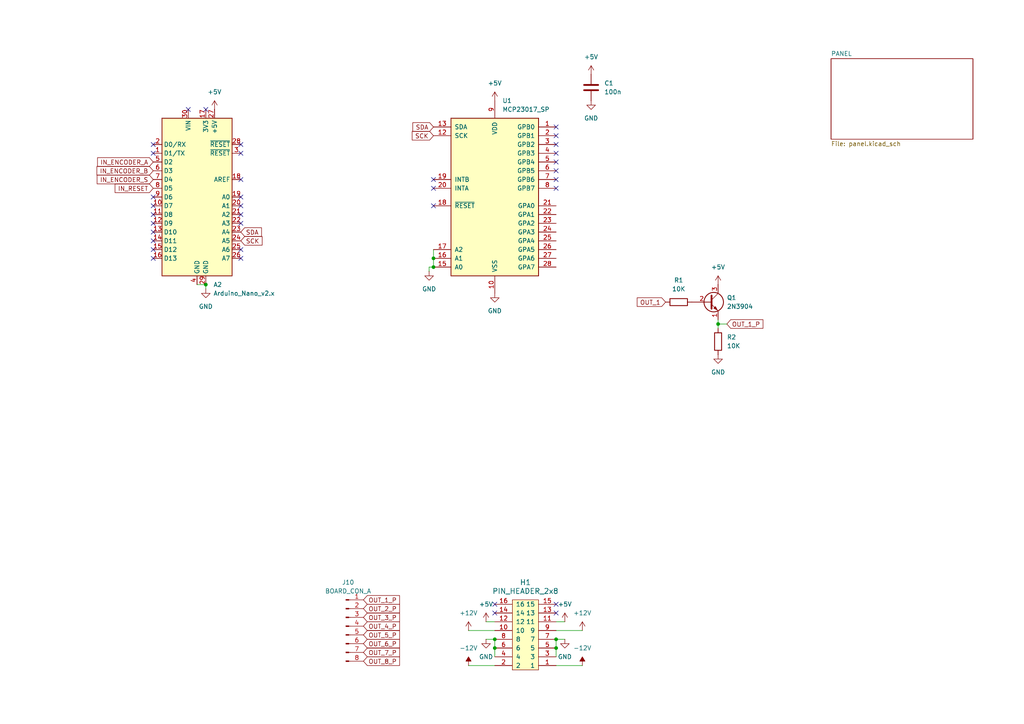
<source format=kicad_sch>
(kicad_sch (version 20231120) (generator "eeschema") (generator_version "8.0")
  (paper "A4")
  (lib_symbols
    (symbol "Connector:Conn_01x08_Pin" (pin_names (offset 1.016) hide)
      (property "Reference" "J" (at 0 10.16 0))
      (property "Value" "Conn_01x08_Pin" (at 0 -12.7 0))
      (symbol "Conn_01x08_Pin_1_1"
        (polyline (pts (xy 1.27 -10.16) (xy 0.8636 -10.16)) (stroke (width 0.1524)))
        (polyline (pts (xy 1.27 -7.62) (xy 0.8636 -7.62)) (stroke (width 0.1524)))
        (polyline (pts (xy 1.27 -5.08) (xy 0.8636 -5.08)) (stroke (width 0.1524)))
        (polyline (pts (xy 1.27 -2.54) (xy 0.8636 -2.54)) (stroke (width 0.1524)))
        (polyline (pts (xy 1.27 0) (xy 0.8636 0)) (stroke (width 0.1524)))
        (polyline (pts (xy 1.27 2.54) (xy 0.8636 2.54)) (stroke (width 0.1524)))
        (polyline (pts (xy 1.27 5.08) (xy 0.8636 5.08)) (stroke (width 0.1524)))
        (polyline (pts (xy 1.27 7.62) (xy 0.8636 7.62)) (stroke (width 0.1524)))
        (rectangle (start 0.8636 -10.033) (end 0 -10.287) (stroke (width 0.1524)) (fill (type outline)))
        (rectangle (start 0.8636 -7.493) (end 0 -7.747) (stroke (width 0.1524)) (fill (type outline)))
        (rectangle (start 0.8636 -4.953) (end 0 -5.207) (stroke (width 0.1524)) (fill (type outline)))
        (rectangle (start 0.8636 -2.413) (end 0 -2.667) (stroke (width 0.1524)) (fill (type outline)))
        (rectangle (start 0.8636 0.127) (end 0 -0.127) (stroke (width 0.1524)) (fill (type outline)))
        (rectangle (start 0.8636 2.667) (end 0 2.413) (stroke (width 0.1524)) (fill (type outline)))
        (rectangle (start 0.8636 5.207) (end 0 4.953) (stroke (width 0.1524)) (fill (type outline)))
        (rectangle (start 0.8636 7.747) (end 0 7.493) (stroke (width 0.1524)) (fill (type outline)))
        (pin passive line (at 5.08 7.62 180) (length 3.81) (name "Pin_1") (number "1"))
        (pin passive line (at 5.08 5.08 180) (length 3.81) (name "Pin_2") (number "2"))
        (pin passive line (at 5.08 2.54 180) (length 3.81) (name "Pin_3") (number "3"))
        (pin passive line (at 5.08 0 180) (length 3.81) (name "Pin_4") (number "4"))
        (pin passive line (at 5.08 -2.54 180) (length 3.81) (name "Pin_5") (number "5"))
        (pin passive line (at 5.08 -5.08 180) (length 3.81) (name "Pin_6") (number "6"))
        (pin passive line (at 5.08 -7.62 180) (length 3.81) (name "Pin_7") (number "7"))
        (pin passive line (at 5.08 -10.16 180) (length 3.81) (name "Pin_8") (number "8"))
      )
    )
    (symbol "Device:C" (pin_numbers hide) (pin_names (offset 0.254))
      (property "Reference" "C" (at 0.635 2.54 0))
      (property "Value" "C" (at 0.635 -2.54 0))
      (symbol "C_0_1"
        (polyline (pts (xy -2.032 -0.762) (xy 2.032 -0.762)) (stroke (width 0.508)))
        (polyline (pts (xy -2.032 0.762) (xy 2.032 0.762)) (stroke (width 0.508)))
      )
      (symbol "C_1_1"
        (pin passive line (at 0 3.81 270) (length 2.794) (name "~") (number "1"))
        (pin passive line (at 0 -3.81 90) (length 2.794) (name "~") (number "2"))
      )
    )
    (symbol "Device:R" (pin_numbers hide) (pin_names (offset 0))
      (property "Reference" "R" (at 2.032 0 90))
      (property "Value" "R" (at 0 0 90))
      (symbol "R_0_1"
        (rectangle (start -1.016 -2.54) (end 1.016 2.54) (stroke (width 0.254)))
      )
      (symbol "R_1_1"
        (pin passive line (at 0 3.81 270) (length 1.27) (name "~") (number "1"))
        (pin passive line (at 0 -3.81 90) (length 1.27) (name "~") (number "2"))
      )
    )
    (symbol "Interface_Expansion:MCP23017_SP" (pin_names (offset 1.016))
      (property "Reference" "U" (at -11.43 24.13 0))
      (property "Value" "MCP23017_SP" (at 0 0 0))
      (symbol "MCP23017_SP_0_1"
        (rectangle (start -12.7 22.86) (end 12.7 -22.86) (stroke (width 0.254)) (fill (type background)))
      )
      (symbol "MCP23017_SP_1_1"
        (pin bidirectional line (at 17.78 20.32 180) (length 5.08) (name "GPB0") (number "1"))
        (pin power_in line (at 0 -27.94 90) (length 5.08) (name "VSS") (number "10"))
        (pin no_connect line (at -12.7 15.24 0) (length 5.08) hide (name "NC") (number "11"))
        (pin input line (at -17.78 17.78 0) (length 5.08) (name "SCK") (number "12"))
        (pin bidirectional line (at -17.78 20.32 0) (length 5.08) (name "SDA") (number "13"))
        (pin no_connect line (at -12.7 12.7 0) (length 5.08) hide (name "NC") (number "14"))
        (pin input line (at -17.78 -20.32 0) (length 5.08) (name "A0") (number "15"))
        (pin input line (at -17.78 -17.78 0) (length 5.08) (name "A1") (number "16"))
        (pin input line (at -17.78 -15.24 0) (length 5.08) (name "A2") (number "17"))
        (pin input line (at -17.78 -2.54 0) (length 5.08) (name "~{RESET}") (number "18"))
        (pin tri_state line (at -17.78 5.08 0) (length 5.08) (name "INTB") (number "19"))
        (pin bidirectional line (at 17.78 17.78 180) (length 5.08) (name "GPB1") (number "2"))
        (pin tri_state line (at -17.78 2.54 0) (length 5.08) (name "INTA") (number "20"))
        (pin bidirectional line (at 17.78 -2.54 180) (length 5.08) (name "GPA0") (number "21"))
        (pin bidirectional line (at 17.78 -5.08 180) (length 5.08) (name "GPA1") (number "22"))
        (pin bidirectional line (at 17.78 -7.62 180) (length 5.08) (name "GPA2") (number "23"))
        (pin bidirectional line (at 17.78 -10.16 180) (length 5.08) (name "GPA3") (number "24"))
        (pin bidirectional line (at 17.78 -12.7 180) (length 5.08) (name "GPA4") (number "25"))
        (pin bidirectional line (at 17.78 -15.24 180) (length 5.08) (name "GPA5") (number "26"))
        (pin bidirectional line (at 17.78 -17.78 180) (length 5.08) (name "GPA6") (number "27"))
        (pin bidirectional line (at 17.78 -20.32 180) (length 5.08) (name "GPA7") (number "28"))
        (pin bidirectional line (at 17.78 15.24 180) (length 5.08) (name "GPB2") (number "3"))
        (pin bidirectional line (at 17.78 12.7 180) (length 5.08) (name "GPB3") (number "4"))
        (pin bidirectional line (at 17.78 10.16 180) (length 5.08) (name "GPB4") (number "5"))
        (pin bidirectional line (at 17.78 7.62 180) (length 5.08) (name "GPB5") (number "6"))
        (pin bidirectional line (at 17.78 5.08 180) (length 5.08) (name "GPB6") (number "7"))
        (pin bidirectional line (at 17.78 2.54 180) (length 5.08) (name "GPB7") (number "8"))
        (pin power_in line (at 0 27.94 270) (length 5.08) (name "VDD") (number "9"))
      )
    )
    (symbol "MCU_Module:Arduino_Nano_v2.x"
      (property "Reference" "A" (at -10.16 23.495 0))
      (property "Value" "Arduino_Nano_v2.x" (at 5.08 -24.13 0))
      (symbol "Arduino_Nano_v2.x_0_1"
        (rectangle (start -10.16 22.86) (end 10.16 -22.86) (stroke (width 0.254)) (fill (type background)))
      )
      (symbol "Arduino_Nano_v2.x_1_1"
        (pin bidirectional line (at -12.7 12.7 0) (length 2.54) (name "D1/TX") (number "1"))
        (pin bidirectional line (at -12.7 -2.54 0) (length 2.54) (name "D7") (number "10"))
        (pin bidirectional line (at -12.7 -5.08 0) (length 2.54) (name "D8") (number "11"))
        (pin bidirectional line (at -12.7 -7.62 0) (length 2.54) (name "D9") (number "12"))
        (pin bidirectional line (at -12.7 -10.16 0) (length 2.54) (name "D10") (number "13"))
        (pin bidirectional line (at -12.7 -12.7 0) (length 2.54) (name "D11") (number "14"))
        (pin bidirectional line (at -12.7 -15.24 0) (length 2.54) (name "D12") (number "15"))
        (pin bidirectional line (at -12.7 -17.78 0) (length 2.54) (name "D13") (number "16"))
        (pin power_out line (at 2.54 25.4 270) (length 2.54) (name "3V3") (number "17"))
        (pin input line (at 12.7 5.08 180) (length 2.54) (name "AREF") (number "18"))
        (pin bidirectional line (at 12.7 0 180) (length 2.54) (name "A0") (number "19"))
        (pin bidirectional line (at -12.7 15.24 0) (length 2.54) (name "D0/RX") (number "2"))
        (pin bidirectional line (at 12.7 -2.54 180) (length 2.54) (name "A1") (number "20"))
        (pin bidirectional line (at 12.7 -5.08 180) (length 2.54) (name "A2") (number "21"))
        (pin bidirectional line (at 12.7 -7.62 180) (length 2.54) (name "A3") (number "22"))
        (pin bidirectional line (at 12.7 -10.16 180) (length 2.54) (name "A4") (number "23"))
        (pin bidirectional line (at 12.7 -12.7 180) (length 2.54) (name "A5") (number "24"))
        (pin bidirectional line (at 12.7 -15.24 180) (length 2.54) (name "A6") (number "25"))
        (pin bidirectional line (at 12.7 -17.78 180) (length 2.54) (name "A7") (number "26"))
        (pin power_out line (at 5.08 25.4 270) (length 2.54) (name "+5V") (number "27"))
        (pin input line (at 12.7 15.24 180) (length 2.54) (name "~{RESET}") (number "28"))
        (pin power_in line (at 2.54 -25.4 90) (length 2.54) (name "GND") (number "29"))
        (pin input line (at 12.7 12.7 180) (length 2.54) (name "~{RESET}") (number "3"))
        (pin power_in line (at -2.54 25.4 270) (length 2.54) (name "VIN") (number "30"))
        (pin power_in line (at 0 -25.4 90) (length 2.54) (name "GND") (number "4"))
        (pin bidirectional line (at -12.7 10.16 0) (length 2.54) (name "D2") (number "5"))
        (pin bidirectional line (at -12.7 7.62 0) (length 2.54) (name "D3") (number "6"))
        (pin bidirectional line (at -12.7 5.08 0) (length 2.54) (name "D4") (number "7"))
        (pin bidirectional line (at -12.7 2.54 0) (length 2.54) (name "D5") (number "8"))
        (pin bidirectional line (at -12.7 0 0) (length 2.54) (name "D6") (number "9"))
      )
    )
    (symbol "Transistor_BJT:2N3904" (pin_names (offset 0) hide)
      (property "Reference" "Q" (at 5.08 1.905 0))
      (property "Value" "2N3904" (at 5.08 0 0))
      (symbol "2N3904_0_1"
        (polyline (pts (xy 0.635 0.635) (xy 2.54 2.54)))
        (polyline (pts (xy 0.635 -0.635) (xy 2.54 -2.54) (xy 2.54 -2.54)))
        (polyline (pts (xy 0.635 1.905) (xy 0.635 -1.905) (xy 0.635 -1.905)) (stroke (width 0.508)))
        (polyline (pts (xy 1.27 -1.778) (xy 1.778 -1.27) (xy 2.286 -2.286) (xy 1.27 -1.778) (xy 1.27 -1.778)) (fill (type outline)))
        (circle (center 1.27 0) (radius 2.8194) (stroke (width 0.254)))
      )
      (symbol "2N3904_1_1"
        (pin passive line (at 2.54 -5.08 90) (length 2.54) (name "E") (number "1"))
        (pin passive line (at -5.08 0 0) (length 5.715) (name "B") (number "2"))
        (pin passive line (at 2.54 5.08 270) (length 2.54) (name "C") (number "3"))
      )
    )
    (symbol "eurocad:PIN_HEADER_2x8" (pin_names (offset 1.016))
      (property "Reference" "H" (at 0 -11.43 0))
      (property "Value" "PIN_HEADER_2x8" (at 0 11.43 0))
      (symbol "PIN_HEADER_2x8_0_1"
        (rectangle (start -3.81 10.16) (end 3.81 -10.16) (fill (type background)))
      )
      (symbol "PIN_HEADER_2x8_1_1"
        (pin bidirectional line (at -8.89 8.89 0) (length 5.08) (name "1") (number "1"))
        (pin bidirectional line (at 8.89 -1.27 180) (length 5.08) (name "10") (number "10"))
        (pin bidirectional line (at -8.89 -3.81 0) (length 5.08) (name "11") (number "11"))
        (pin bidirectional line (at 8.89 -3.81 180) (length 5.08) (name "12") (number "12"))
        (pin bidirectional line (at -8.89 -6.35 0) (length 5.08) (name "13") (number "13"))
        (pin bidirectional line (at 8.89 -6.35 180) (length 5.08) (name "14") (number "14"))
        (pin bidirectional line (at -8.89 -8.89 0) (length 5.08) (name "15") (number "15"))
        (pin bidirectional line (at 8.89 -8.89 180) (length 5.08) (name "16") (number "16"))
        (pin bidirectional line (at 8.89 8.89 180) (length 5.08) (name "2") (number "2"))
        (pin bidirectional line (at -8.89 6.35 0) (length 5.08) (name "3") (number "3"))
        (pin bidirectional line (at 8.89 6.35 180) (length 5.08) (name "4") (number "4"))
        (pin bidirectional line (at -8.89 3.81 0) (length 5.08) (name "5") (number "5"))
        (pin bidirectional line (at 8.89 3.81 180) (length 5.08) (name "6") (number "6"))
        (pin bidirectional line (at -8.89 1.27 0) (length 5.08) (name "7") (number "7"))
        (pin bidirectional line (at 8.89 1.27 180) (length 5.08) (name "8") (number "8"))
        (pin bidirectional line (at -8.89 -1.27 0) (length 5.08) (name "9") (number "9"))
      )
    )
    (symbol "power:+12V" (power) (pin_numbers hide) (pin_names (offset 0) hide)
      (property "Value" "+12V" (at 0 3.556 0))
      (symbol "+12V_0_1"
        (polyline (pts (xy -0.762 1.27) (xy 0 2.54)))
        (polyline (pts (xy 0 0) (xy 0 2.54)))
        (polyline (pts (xy 0 2.54) (xy 0.762 1.27)))
      )
      (symbol "+12V_1_1"
        (pin power_in line (at 0 0 90) (length 0) (name "~") (number "1"))
      )
    )
    (symbol "power:+5V" (power) (pin_numbers hide) (pin_names (offset 0) hide)
      (property "Value" "+5V" (at 0 3.556 0))
      (symbol "+5V_0_1"
        (polyline (pts (xy -0.762 1.27) (xy 0 2.54)))
        (polyline (pts (xy 0 0) (xy 0 2.54)))
        (polyline (pts (xy 0 2.54) (xy 0.762 1.27)))
      )
      (symbol "+5V_1_1"
        (pin power_in line (at 0 0 90) (length 0) (name "~") (number "1"))
      )
    )
    (symbol "power:-12V" (power) (pin_numbers hide) (pin_names (offset 0) hide)
      (property "Value" "-12V" (at 0 3.556 0))
      (symbol "-12V_0_0"
        (pin power_in line (at 0 0 90) (length 0) (name "~") (number "1"))
      )
      (symbol "-12V_0_1"
        (polyline (pts (xy 0 0) (xy 0 1.27) (xy 0.762 1.27) (xy 0 2.54) (xy -0.762 1.27) (xy 0 1.27)) (fill (type outline)))
      )
    )
    (symbol "power:GND" (power) (pin_numbers hide) (pin_names (offset 0) hide)
      (property "Value" "GND" (at 0 -3.81 0))
      (symbol "GND_0_1"
        (polyline (pts (xy 0 0) (xy 0 -1.27) (xy 1.27 -1.27) (xy 0 -2.54) (xy -1.27 -1.27) (xy 0 -1.27)))
      )
      (symbol "GND_1_1"
        (pin power_in line (at 0 0 270) (length 0) (name "~") (number "1"))
      )
    )
  )
  (junction (at 125.73 74.93))
  (junction (at 125.73 77.47))
  (junction (at 143.51 185.42))
  (junction (at 161.29 185.42))
  (junction (at 143.51 187.96))
  (junction (at 161.29 187.96))
  (junction (at 59.69 82.55))
  (junction (at 208.28 93.98))
  (no_connect (at 69.85 62.23))
  (no_connect (at 69.85 74.93))
  (no_connect (at 44.45 72.39))
  (no_connect (at 143.51 175.26))
  (no_connect (at 44.45 59.69))
  (no_connect (at 44.45 74.93))
  (no_connect (at 161.29 52.07))
  (no_connect (at 125.73 59.69))
  (no_connect (at 54.61 31.75))
  (no_connect (at 161.29 44.45))
  (no_connect (at 161.29 36.83))
  (no_connect (at 44.45 64.77))
  (no_connect (at 59.69 31.75))
  (no_connect (at 161.29 177.8))
  (no_connect (at 161.29 41.91))
  (no_connect (at 69.85 57.15))
  (no_connect (at 69.85 44.45))
  (no_connect (at 161.29 49.53))
  (no_connect (at 44.45 57.15))
  (no_connect (at 44.45 41.91))
  (no_connect (at 44.45 67.31))
  (no_connect (at 161.29 39.37))
  (no_connect (at 69.85 72.39))
  (no_connect (at 69.85 41.91))
  (no_connect (at 143.51 177.8))
  (no_connect (at 44.45 62.23))
  (no_connect (at 125.73 52.07))
  (no_connect (at 44.45 44.45))
  (no_connect (at 161.29 175.26))
  (no_connect (at 69.85 52.07))
  (no_connect (at 125.73 54.61))
  (no_connect (at 69.85 59.69))
  (no_connect (at 161.29 46.99))
  (no_connect (at 69.85 64.77))
  (no_connect (at 161.29 54.61))
  (no_connect (at 44.45 69.85))
  (wire (pts (xy 125.73 77.47) (xy 124.46 77.47)))
  (wire (pts (xy 135.89 193.04) (xy 143.51 193.04)))
  (wire (pts (xy 125.73 74.93) (xy 125.73 77.47)))
  (wire (pts (xy 208.28 93.98) (xy 208.28 95.25)))
  (wire (pts (xy 125.73 72.39) (xy 125.73 74.93)))
  (wire (pts (xy 208.28 92.71) (xy 208.28 93.98)))
  (wire (pts (xy 161.29 187.96) (xy 161.29 185.42)))
  (wire (pts (xy 135.89 182.88) (xy 143.51 182.88)))
  (wire (pts (xy 161.29 190.5) (xy 161.29 187.96)))
  (wire (pts (xy 57.15 82.55) (xy 59.69 82.55)))
  (wire (pts (xy 143.51 187.96) (xy 143.51 185.42)))
  (wire (pts (xy 124.46 77.47) (xy 124.46 78.74)))
  (wire (pts (xy 143.51 185.42) (xy 140.97 185.42)))
  (wire (pts (xy 59.69 82.55) (xy 59.69 83.82)))
  (wire (pts (xy 161.29 182.88) (xy 168.91 182.88)))
  (wire (pts (xy 161.29 193.04) (xy 168.91 193.04)))
  (wire (pts (xy 161.29 185.42) (xy 163.83 185.42)))
  (wire (pts (xy 208.28 93.98) (xy 210.82 93.98)))
  (wire (pts (xy 161.29 180.34) (xy 163.83 180.34)))
  (wire (pts (xy 140.97 180.34) (xy 143.51 180.34)))
  (wire (pts (xy 143.51 190.5) (xy 143.51 187.96)))
  (global_label "IN_ENCODER_B" (shape input) (at 44.45 49.53 180) (property "Intersheetrefs" "${INTERSHEET_REFS}" (effects (hide yes))))
  (global_label "OUT_7_P" (shape input) (at 105.41 189.23 0) (property "Intersheetrefs" "${INTERSHEET_REFS}" (effects (hide yes))))
  (global_label "SDA" (shape input) (at 125.73 36.83 180) (property "Intersheetrefs" "${INTERSHEET_REFS}" (effects (hide yes))))
  (global_label "OUT_3_P" (shape input) (at 105.41 179.07 0) (property "Intersheetrefs" "${INTERSHEET_REFS}" (effects (hide yes))))
  (global_label "OUT_5_P" (shape input) (at 105.41 184.15 0) (property "Intersheetrefs" "${INTERSHEET_REFS}" (effects (hide yes))))
  (global_label "OUT_6_P" (shape input) (at 105.41 186.69 0) (property "Intersheetrefs" "${INTERSHEET_REFS}" (effects (hide yes))))
  (global_label "IN_ENCODER_A" (shape input) (at 44.45 46.99 180) (property "Intersheetrefs" "${INTERSHEET_REFS}" (effects (hide yes))))
  (global_label "OUT_4_P" (shape input) (at 105.41 181.61 0) (property "Intersheetrefs" "${INTERSHEET_REFS}" (effects (hide yes))))
  (global_label "OUT_1" (shape input) (at 193.04 87.63 180) (property "Intersheetrefs" "${INTERSHEET_REFS}" (effects (hide yes))))
  (global_label "IN_RESET" (shape input) (at 44.45 54.61 180) (property "Intersheetrefs" "${INTERSHEET_REFS}" (effects (hide yes))))
  (global_label "OUT_2_P" (shape input) (at 105.41 176.53 0) (property "Intersheetrefs" "${INTERSHEET_REFS}" (effects (hide yes))))
  (global_label "SCK" (shape input) (at 69.85 69.85 0) (property "Intersheetrefs" "${INTERSHEET_REFS}" (effects (hide yes))))
  (global_label "OUT_1_P" (shape input) (at 105.41 173.99 0) (property "Intersheetrefs" "${INTERSHEET_REFS}" (effects (hide yes))))
  (global_label "SCK" (shape input) (at 125.73 39.37 180) (property "Intersheetrefs" "${INTERSHEET_REFS}" (effects (hide yes))))
  (global_label "SDA" (shape input) (at 69.85 67.31 0) (property "Intersheetrefs" "${INTERSHEET_REFS}" (effects (hide yes))))
  (global_label "IN_ENCODER_S" (shape input) (at 44.45 52.07 180) (property "Intersheetrefs" "${INTERSHEET_REFS}" (effects (hide yes))))
  (global_label "OUT_1_P" (shape input) (at 210.82 93.98 0) (property "Intersheetrefs" "${INTERSHEET_REFS}" (effects (hide yes))))
  (global_label "OUT_8_P" (shape input) (at 105.41 191.77 0) (property "Intersheetrefs" "${INTERSHEET_REFS}" (effects (hide yes))))
  (symbol (lib_id "power:GND") (at 140.97 185.42 0) (unit 1)
    (property "Reference" "#PWR04" (effects (hide yes)))
    (property "Value" "GND" (at 140.97 190.5 0))
    (property "Description" "Power symbol creates a global label with name \"GND\" , ground" (effects (hide yes)))
  )
  (symbol (lib_id "power:+12V") (at 135.89 182.88 0) (unit 1)
    (property "Reference" "#PWR06" (effects (hide yes)))
    (property "Value" "+12V" (at 135.89 177.8 0))
    (property "Description" "Power symbol creates a global label with name \"+12V\"" (effects (hide yes)))
  )
  (symbol (lib_id "power:+5V") (at 143.51 29.21 0) (unit 1)
    (property "Reference" "#PWR013" (effects (hide yes)))
    (property "Value" "+5V" (at 143.51 24.13 0))
    (property "Description" "Power symbol creates a global label with name \"+5V\"" (effects (hide yes)))
  )
  (symbol (lib_id "power:+5V") (at 62.23 31.75 0) (unit 1)
    (property "Reference" "#PWR09" (effects (hide yes)))
    (property "Value" "+5V" (at 62.23 26.67 0))
    (property "Description" "Power symbol creates a global label with name \"+5V\"" (effects (hide yes)))
  )
  (symbol (lib_id "power:GND") (at 59.69 83.82 0) (unit 1)
    (property "Reference" "#PWR010" (effects (hide yes)))
    (property "Value" "GND" (at 59.69 88.9 0))
    (property "Description" "Power symbol creates a global label with name \"GND\" , ground" (effects (hide yes)))
  )
  (symbol (lib_id "power:+5V") (at 140.97 180.34 0) (unit 1)
    (property "Reference" "#PWR01" (effects (hide yes)))
    (property "Value" "+5V" (at 140.97 175.26 0))
    (property "Description" "Power symbol creates a global label with name \"+5V\"" (effects (hide yes)))
  )
  (symbol (lib_id "power:GND") (at 171.45 29.21 0) (unit 1)
    (property "Reference" "#PWR015" (effects (hide yes)))
    (property "Value" "GND" (at 171.45 34.29 0))
    (property "Description" "Power symbol creates a global label with name \"GND\" , ground" (effects (hide yes)))
  )
  (symbol (lib_id "power:+5V") (at 163.83 180.34 0) (unit 1)
    (property "Reference" "#PWR07" (effects (hide yes)))
    (property "Value" "+5V" (at 163.83 175.26 0))
    (property "Description" "Power symbol creates a global label with name \"+5V\"" (effects (hide yes)))
  )
  (symbol (lib_id "Transistor_BJT:2N3904") (at 205.74 87.63 0) (unit 1)
    (property "Reference" "Q1" (at 210.82 86.3599 0) (effects (justify left)))
    (property "Value" "2N3904" (at 210.82 88.8999 0) (effects (justify left)))
    (property "Footprint" "Package_TO_SOT_THT:TO-92_Inline" (effects (hide yes)))
    (property "Datasheet" "https://www.onsemi.com/pub/Collateral/2N3903-D.PDF" (effects (hide yes)))
    (property "Description" "0.2A Ic, 40V Vce, Small Signal NPN Transistor, TO-92" (effects (hide yes)))
  )
  (symbol (lib_id "Device:R") (at 196.85 87.63 90) (unit 1)
    (property "Reference" "R1" (at 196.85 81.28 90))
    (property "Value" "10K" (at 196.85 83.82 90))
    (property "Description" "Resistor" (effects (hide yes)))
  )
  (symbol (lib_id "power:+5V") (at 171.45 21.59 0) (unit 1)
    (property "Reference" "#PWR014" (effects (hide yes)))
    (property "Value" "+5V" (at 171.45 16.51 0))
    (property "Description" "Power symbol creates a global label with name \"+5V\"" (effects (hide yes)))
  )
  (symbol (lib_id "Interface_Expansion:MCP23017_SP") (at 143.51 57.15 0) (unit 1)
    (property "Reference" "U1" (at 145.7041 29.21 0) (effects (justify left)))
    (property "Value" "MCP23017_SP" (at 145.7041 31.75 0) (effects (justify left)))
    (property "Footprint" "Package_DIP:DIP-28_W7.62mm" (effects (hide yes)))
    (property "Datasheet" "http://ww1.microchip.com/downloads/en/DeviceDoc/20001952C.pdf" (effects (hide yes)))
    (property "Description" "16-bit I/O expander, I2C, interrupts, w pull-ups, SPDIP-28" (effects (hide yes)))
  )
  (symbol (lib_id "power:GND") (at 163.83 185.42 0) (unit 1)
    (property "Reference" "#PWR05" (effects (hide yes)))
    (property "Value" "GND" (at 163.83 190.5 0))
    (property "Description" "Power symbol creates a global label with name \"GND\" , ground" (effects (hide yes)))
  )
  (symbol (lib_id "power:GND") (at 124.46 78.74 0) (unit 1)
    (property "Reference" "#PWR011" (effects (hide yes)))
    (property "Value" "GND" (at 124.46 83.82 0))
    (property "Description" "Power symbol creates a global label with name \"GND\" , ground" (effects (hide yes)))
  )
  (symbol (lib_id "Device:C") (at 171.45 25.4 0) (unit 1)
    (property "Reference" "C1" (at 175.26 24.1299 0) (effects (justify left)))
    (property "Value" "100n" (at 175.26 26.6699 0) (effects (justify left)))
    (property "Description" "Unpolarized capacitor" (effects (hide yes)))
  )
  (symbol (lib_id "power:+12V") (at 168.91 182.88 0) (unit 1)
    (property "Reference" "#PWR08" (effects (hide yes)))
    (property "Value" "+12V" (at 168.91 177.8 0))
    (property "Description" "Power symbol creates a global label with name \"+12V\"" (effects (hide yes)))
  )
  (symbol (lib_id "power:+5V") (at 208.28 82.55 0) (unit 1)
    (property "Reference" "#PWR016" (effects (hide yes)))
    (property "Value" "+5V" (at 208.28 77.47 0))
    (property "Description" "Power symbol creates a global label with name \"+5V\"" (effects (hide yes)))
  )
  (symbol (lib_id "power:-12V") (at 135.89 193.04 0) (unit 1)
    (property "Reference" "#PWR03" (effects (hide yes)))
    (property "Value" "-12V" (at 135.89 187.96 0))
    (property "Description" "Power symbol creates a global label with name \"-12V\"" (effects (hide yes)))
  )
  (symbol (lib_id "power:GND") (at 208.28 102.87 0) (unit 1)
    (property "Reference" "#PWR019" (effects (hide yes)))
    (property "Value" "GND" (at 208.28 107.95 0))
    (property "Description" "Power symbol creates a global label with name \"GND\" , ground" (effects (hide yes)))
  )
  (symbol (lib_id "Connector:Conn_01x08_Pin") (at 100.33 181.61 0) (unit 1)
    (property "Reference" "J10" (at 100.965 168.91 0))
    (property "Value" "BOARD_CON_A" (at 100.965 171.45 0))
    (property "Description" "Generic connector, single row, 01x08, script generated" (effects (hide yes)))
  )
  (symbol (lib_id "power:GND") (at 143.51 85.09 0) (unit 1)
    (property "Reference" "#PWR012" (effects (hide yes)))
    (property "Value" "GND" (at 143.51 90.17 0))
    (property "Description" "Power symbol creates a global label with name \"GND\" , ground" (effects (hide yes)))
  )
  (symbol (lib_id "power:-12V") (at 168.91 193.04 0) (unit 1)
    (property "Reference" "#PWR02" (effects (hide yes)))
    (property "Value" "-12V" (at 168.91 187.96 0))
    (property "Description" "Power symbol creates a global label with name \"-12V\"" (effects (hide yes)))
  )
  (symbol (lib_id "eurocad:PIN_HEADER_2x8") (at 152.4 184.15 180) (unit 1)
    (property "Reference" "H1" (at 152.4 168.91 0) (effects (font (size 1.524 1.524))))
    (property "Value" "PIN_HEADER_2x8" (at 152.4 171.45 0) (effects (font (size 1.524 1.524))))
  )
  (symbol (lib_id "Device:R") (at 208.28 99.06 0) (unit 1)
    (property "Reference" "R2" (at 210.82 97.7899 0) (effects (justify left)))
    (property "Value" "10K" (at 210.82 100.3299 0) (effects (justify left)))
    (property "Description" "Resistor" (effects (hide yes)))
  )
  (symbol (lib_id "MCU_Module:Arduino_Nano_v2.x") (at 57.15 57.15 0) (unit 1)
    (property "Reference" "A2" (at 61.8841 82.55 0) (effects (justify left)))
    (property "Value" "Arduino_Nano_v2.x" (at 61.8841 85.09 0) (effects (justify left)))
    (property "Footprint" "Module:Arduino_Nano" (effects (hide yes)))
    (property "Datasheet" "https://www.arduino.cc/en/uploads/Main/ArduinoNanoManual23.pdf" (effects (hide yes)))
    (property "Description" "Arduino Nano v2.x" (effects (hide yes)))
  )
  (sheet (at 241.046 17.018) (size 41.148 23.368) (stroke (width 0.1524))
    (property "Sheetname" "PANEL" (at 241.046 16.3064 0) (effects (justify left bottom)))
    (property "Sheetfile" "panel.kicad_sch" (at 241.046 40.9706 0) (effects (justify left top)))
  )
)
</source>
